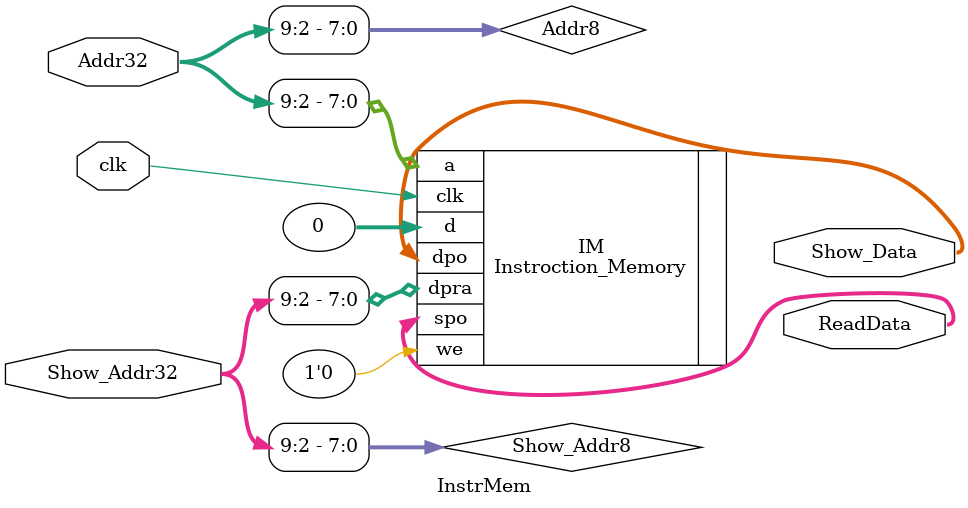
<source format=v>
`timescale 1ns / 1ps


module InstrMem(
    input clk,
    input [31:0] Addr32, Show_Addr32,
    output [31:0] ReadData, Show_Data
    );
    
    wire [7:0] Addr8, Show_Addr8;
    
    assign Addr8 = Addr32[9:2];
    assign Show_Addr8 = Show_Addr32[9:2];
    
    Instroction_Memory IM (
        .a(Addr8), // : IN STD_LOGIC_VECTOR(7 DOWNTO 0);
        .d(0), // : IN STD_LOGIC_VECTOR(31 DOWNTO 0);
        .dpra(Show_Addr8), // : IN STD_LOGIC_VECTOR(7 DOWNTO 0);
        .clk(clk), // : IN STD_LOGIC;
        .we(1'b0), // : IN STD_LOGIC;
        .spo(ReadData), // : OUT STD_LOGIC_VECTOR(31 DOWNTO 0);
        .dpo(Show_Data) // : OUT STD_LOGIC_VECTOR(31 DOWNTO 0)
    );
endmodule

</source>
